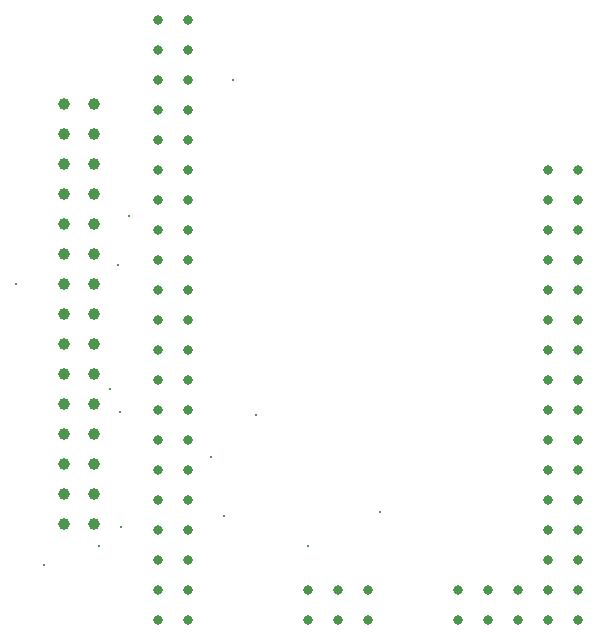
<source format=gbr>
%TF.GenerationSoftware,KiCad,Pcbnew,8.0.2*%
%TF.CreationDate,2024-08-20T17:24:46+07:00*%
%TF.ProjectId,Arduino_xtension_IDC30,41726475-696e-46f5-9f78-74656e73696f,rev?*%
%TF.SameCoordinates,Original*%
%TF.FileFunction,Plated,1,2,PTH,Drill*%
%TF.FilePolarity,Positive*%
%FSLAX46Y46*%
G04 Gerber Fmt 4.6, Leading zero omitted, Abs format (unit mm)*
G04 Created by KiCad (PCBNEW 8.0.2) date 2024-08-20 17:24:46*
%MOMM*%
%LPD*%
G01*
G04 APERTURE LIST*
%TA.AperFunction,ViaDrill*%
%ADD10C,0.300000*%
%TD*%
%TA.AperFunction,ComponentDrill*%
%ADD11C,0.800000*%
%TD*%
%TA.AperFunction,ComponentDrill*%
%ADD12C,1.000000*%
%TD*%
G04 APERTURE END LIST*
D10*
X92500000Y-75800000D03*
X94900000Y-99600000D03*
X99500000Y-98000000D03*
X100471603Y-84728395D03*
X101100000Y-74200000D03*
X101300000Y-86700000D03*
X101400000Y-96400000D03*
X102050000Y-70071800D03*
X109000000Y-90500000D03*
X110100000Y-95471800D03*
X110900000Y-58560000D03*
X112800000Y-86900000D03*
X117200000Y-98000000D03*
X123300000Y-95100000D03*
D11*
%TO.C,U1*%
X104560000Y-53480000D03*
X104560000Y-56020000D03*
X104560000Y-58560000D03*
X104560000Y-61100000D03*
X104560000Y-63640000D03*
X104560000Y-66180000D03*
X104560000Y-68720000D03*
X104560000Y-71260000D03*
X104560000Y-73800000D03*
X104560000Y-76340000D03*
X104560000Y-78880000D03*
X104560000Y-81420000D03*
X104560000Y-83960000D03*
X104560000Y-86500000D03*
X104560000Y-89040000D03*
X104560000Y-91580000D03*
X104560000Y-94120000D03*
X104560000Y-96660000D03*
X104560000Y-99200000D03*
X104560000Y-101740000D03*
X104560000Y-104280000D03*
X107100000Y-53480000D03*
X107100000Y-56020000D03*
X107100000Y-58560000D03*
X107100000Y-61100000D03*
X107100000Y-63640000D03*
X107100000Y-66180000D03*
X107100000Y-68720000D03*
X107100000Y-71260000D03*
X107100000Y-73800000D03*
X107100000Y-76340000D03*
X107100000Y-78880000D03*
X107100000Y-81420000D03*
X107100000Y-83960000D03*
X107100000Y-86500000D03*
X107100000Y-89040000D03*
X107100000Y-91580000D03*
X107100000Y-94120000D03*
X107100000Y-96660000D03*
X107100000Y-99200000D03*
X107100000Y-101740000D03*
X107100000Y-104280000D03*
X117260000Y-101740000D03*
X117260000Y-104280000D03*
X119800000Y-101740000D03*
X119800000Y-104280000D03*
X122340000Y-101740000D03*
X122340000Y-104280000D03*
X129960000Y-101740000D03*
X129960000Y-104280000D03*
X132500000Y-101740000D03*
X132500000Y-104280000D03*
X135040000Y-101740000D03*
X135040000Y-104280000D03*
X137580000Y-66180000D03*
X137580000Y-68720000D03*
X137580000Y-71260000D03*
X137580000Y-73800000D03*
X137580000Y-76340000D03*
X137580000Y-78880000D03*
X137580000Y-81420000D03*
X137580000Y-83960000D03*
X137580000Y-86500000D03*
X137580000Y-89040000D03*
X137580000Y-91580000D03*
X137580000Y-94120000D03*
X137580000Y-96660000D03*
X137580000Y-99200000D03*
X137580000Y-101740000D03*
X137580000Y-104280000D03*
X140120000Y-66180000D03*
X140120000Y-68720000D03*
X140120000Y-71260000D03*
X140120000Y-73800000D03*
X140120000Y-76340000D03*
X140120000Y-78880000D03*
X140120000Y-81420000D03*
X140120000Y-83960000D03*
X140120000Y-86500000D03*
X140120000Y-89040000D03*
X140120000Y-91580000D03*
X140120000Y-94120000D03*
X140120000Y-96660000D03*
X140120000Y-99200000D03*
X140120000Y-101740000D03*
X140120000Y-104280000D03*
D12*
%TO.C,J1*%
X96557500Y-60620000D03*
X96557500Y-63160000D03*
X96557500Y-65700000D03*
X96557500Y-68240000D03*
X96557500Y-70780000D03*
X96557500Y-73320000D03*
X96557500Y-75860000D03*
X96557500Y-78400000D03*
X96557500Y-80940000D03*
X96557500Y-83480000D03*
X96557500Y-86020000D03*
X96557500Y-88560000D03*
X96557500Y-91100000D03*
X96557500Y-93640000D03*
X96557500Y-96180000D03*
X99097500Y-60620000D03*
X99097500Y-63160000D03*
X99097500Y-65700000D03*
X99097500Y-68240000D03*
X99097500Y-70780000D03*
X99097500Y-73320000D03*
X99097500Y-75860000D03*
X99097500Y-78400000D03*
X99097500Y-80940000D03*
X99097500Y-83480000D03*
X99097500Y-86020000D03*
X99097500Y-88560000D03*
X99097500Y-91100000D03*
X99097500Y-93640000D03*
X99097500Y-96180000D03*
M02*

</source>
